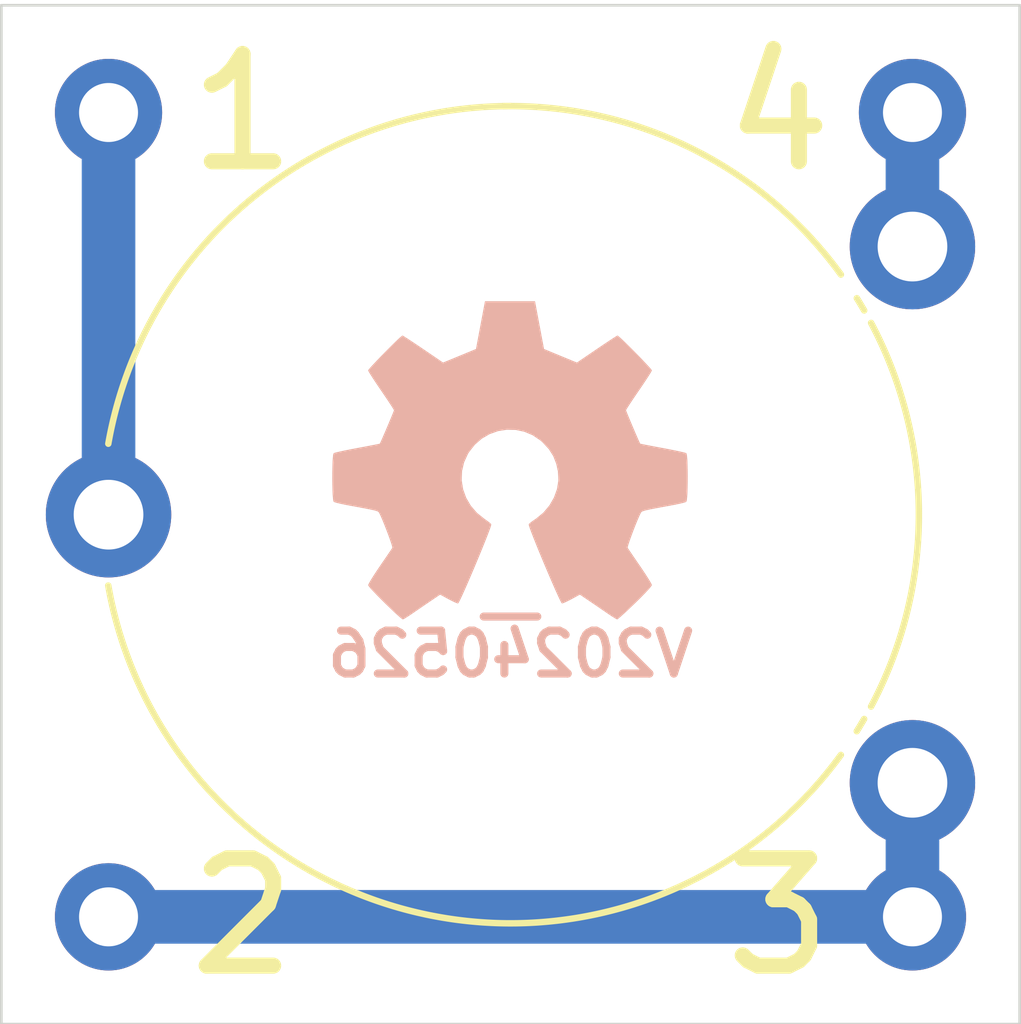
<source format=kicad_pcb>
(kicad_pcb (version 20221018) (generator pcbnew)
  (layers (0 "F.Cu" mixed) (31 "B.Cu" mixed) (34 "B.Paste" user) (35 "F.Paste" user) (36 "B.SilkS" user "B.Silkscreen") (37 "F.SilkS" user "F.Silkscreen") (38 "B.Mask" user) (39 "F.Mask" user) (44 "Edge.Cuts" user))
  (net 0 "")
  (net 1 "Net-(J1-Pin_1)")
  (net 2 "Net-(J2-Pin_1)")
  (net 3 "Net-(J3-Pin_1)")
  (footprint "mill-max:PC_pin_nail_head_6092" (layer "F.Cu") (at 142 63)
    (fp_text reference "J1")
    (fp_text value "1" (at 2.5 0) (layer "F.SilkS") (effects (font (size 2 2) (thickness 0.3))))
    (pad "1" thru_hole circle locked (at 0 0) (size 2 2) (drill 1.1) (layers "*.Cu" "*.Mask") (net 1 "Net-(J1-Pin_1)"))
  )
  (footprint "mill-max:PC_pin_nail_head_6092" (layer "F.Cu") (at 142 78)
    (fp_text reference "J2")
    (fp_text value "2" (at 2.5 0) (layer "F.SilkS") (effects (font (size 2 2) (thickness 0.3))))
    (pad "1" thru_hole circle locked (at 0 0) (size 2 2) (drill 1.1) (layers "*.Cu" "*.Mask") (net 2 "Net-(J2-Pin_1)"))
  )
  (footprint "mill-max:PC_pin_nail_head_6092" (layer "F.Cu") (at 157 63)
    (fp_text reference "J3")
    (fp_text value "4" (at -2.5 0) (layer "F.SilkS") (effects (font (size 2 2) (thickness 0.3))))
    (pad "1" thru_hole circle locked (at 0 0) (size 2 2) (drill 1.1) (layers "*.Cu" "*.Mask") (net 3 "Net-(J3-Pin_1)"))
  )
  (footprint "mill-max:PC_pin_nail_head_6092" (layer "F.Cu") (at 157 78)
    (fp_text reference "J4")
    (fp_text value "3" (at -2.5 0) (layer "F.SilkS") (effects (font (size 2 2) (thickness 0.3))))
    (pad "1" thru_hole circle locked (at 0 0) (size 2 2) (drill 1.1) (layers "*.Cu" "*.Mask") (net 2 "Net-(J2-Pin_1)"))
  )
  (footprint "Potentiometer_THT:Potentiometer_Piher_PT-15-V15_Vertical" (layer "F.Cu") (at 157 65.5 180)
    (fp_text reference "RV1" hide)
    (fp_text value "R_Potentiometer")
    (fp_arc (start 0.772013 -1.423856) (mid -0.119358 -5.001051) (end 0.773 -8.578) (stroke (width 0.12)) (layer "F.SilkS"))
    (fp_arc (start 0.902012 -8.810055) (mid 0.969511 -8.924625) (end 1.039 -9.038) (stroke (width 0.12)) (layer "F.SilkS"))
    (fp_arc (start 1.037952 -0.963019) (mid 0.968481 -1.076412) (end 0.901 -1.191) (stroke (width 0.12)) (layer "F.SilkS"))
    (fp_arc (start 1.335622 -9.480307) (mid 9.21553 -12.424935) (end 15.005 -6.322) (stroke (width 0.12)) (layer "F.SilkS"))
    (fp_arc (start 7.632064 2.618548) (mid 4.099288 1.818715) (end 1.335 -0.522) (stroke (width 0.12)) (layer "F.SilkS"))
    (fp_arc (start 15.004235 -3.676801) (mid 12.398042 0.837259) (end 7.5 2.62) (stroke (width 0.12)) (layer "F.SilkS"))
    (pad "1" thru_hole circle (at 0 0 180) (size 2.34 2.34) (drill 1.3) (layers "*.Cu" "*.Mask") (net 3 "Net-(J3-Pin_1)"))
    (pad "2" thru_hole circle (at 15 -5 180) (size 2.34 2.34) (drill 1.3) (layers "*.Cu" "*.Mask") (net 1 "Net-(J1-Pin_1)"))
    (pad "3" thru_hole circle (at 0 -10 180) (size 2.34 2.34) (drill 1.3) (layers "*.Cu" "*.Mask") (net 2 "Net-(J2-Pin_1)"))
  )
  (footprint "SquantorLabels:Label_Generic" (layer "B.Cu") (at 149.5 73)
    (fp_text reference "N1" hide)
    (fp_text value "V20240526" (at 0 0.1) (layer "B.SilkS") (effects (font (size 0.8 0.8)) (justify mirror)))
    (fp_line (start -0.5 -0.6) (end 0.5 -0.6) (stroke (width 0.15)) (layer "B.SilkS"))
  )
  (footprint "Symbol:OSHW-Symbol_6.7x6mm_SilkScreen" (layer "B.Cu") (at 149.5 69.5 180)
    (fp_text reference "N2" hide)
    (fp_text value "OHWLOGO" hide)
    (fp_poly (pts (xy 0.555814 2.531069) (xy 0.639635 2.086445) (xy 0.94892 1.958947) (xy 1.258206 1.831449) (xy 1.629246 2.083754) (xy 1.733157 2.154004) (xy 1.827087 2.216728) (xy 1.906652 2.269062) (xy 1.96747 2.308143) (xy 2.005157 2.331107) (xy 2.015421 2.336058) (xy 2.03391 2.323324) (xy 2.07342 2.288118) (xy 2.129522 2.234938) (xy 2.197787 2.168282) (xy 2.273786 2.092646) (xy 2.353092 2.012528) (xy 2.431275 1.932426) (xy 2.503907 1.856836) (xy 2.566559 1.790255) (xy 2.614803 1.737182) (xy 2.64421 1.702113) (xy 2.651241 1.690377) (xy 2.641123 1.66874) (xy 2.612759 1.621338) (xy 2.569129 1.552807) (xy 2.513218 1.467785) (xy 2.448006 1.370907) (xy 2.410219 1.31565) (xy 2.341343 1.214752) (xy 2.28014 1.123701) (xy 2.229578 1.04703) (xy 2.192628 0.989272) (xy 2.172258 0.954957) (xy 2.169197 0.947746) (xy 2.176136 0.927252) (xy 2.195051 0.879487) (xy 2.223087 0.811168) (xy 2.257391 0.729011) (xy 2.295109 0.63973) (xy 2.333387 0.550042) (xy 2.36937 0.466662) (xy 2.400206 0.396306) (xy 2.423039 0.34569) (xy 2.435017 0.321529) (xy 2.435724 0.320578) (xy 2.454531 0.315964) (xy 2.504618 0.305672) (xy 2.580793 0.290713) (xy 2.677865 0.272099) (xy 2.790643 0.250841) (xy 2.856442 0.238582) (xy 2.97695 0.215638) (xy 3.085797 0.193805) (xy 3.177476 0.174278) (xy 3.246481 0.158252) (xy 3.287304 0.146921) (xy 3.295511 0.143326) (xy 3.303548 0.118994) (xy 3.310033 0.064041) (xy 3.31497 -0.015108) (xy 3.318364 -0.112026) (xy 3.320218 -0.220287) (xy 3.320538 -0.333465) (xy 3.319327 -0.445135) (xy 3.31659 -0.548868) (xy 3.312331 -0.638241) (xy 3.306555 -0.706826) (xy 3.299267 -0.748197) (xy 3.294895 -0.75681) (xy 3.268764 -0.767133) (xy 3.213393 -0.781892) (xy 3.136107 -0.799352) (xy 3.04423 -0.81778) (xy 3.012158 -0.823741) (xy 2.857524 -0.852066) (xy 2.735375 -0.874876) (xy 2.641673 -0.89308) (xy 2.572384 -0.907583) (xy 2.523471 -0.919292) (xy 2.490897 -0.929115) (xy 2.470628 -0.937956) (xy 2.458626 -0.946724) (xy 2.456947 -0.948457) (xy 2.440184 -0.976371) (xy 2.414614 -1.030695) (xy 2.382788 -1.104777) (xy 2.34726 -1.191965) (xy 2.310583 -1.285608) (xy 2.275311 -1.379052) (xy 2.243996 -1.465647) (xy 2.219193 -1.53874) (xy 2.203454 -1.591678) (xy 2.199332 -1.617811) (xy 2.199676 -1.618726) (xy 2.213641 -1.640086) (xy 2.245322 -1.687084) (xy 2.291391 -1.754827) (xy 2.348518 -1.838423) (xy 2.413373 -1.932982) (xy 2.431843 -1.959854) (xy 2.497699 -2.057275) (xy 2.55565 -2.146163) (xy 2.602538 -2.221412) (xy 2.635207 -2.27792) (xy 2.6505 -2.310581) (xy 2.651241 -2.314593) (xy 2.638392 -2.335684) (xy 2.602888 -2.377464) (xy 2.549293 -2.435445) (xy 2.482171 -2.505135) (xy 2.406087 -2.582045) (xy 2.325604 -2.661683) (xy 2.245287 -2.739561) (xy 2.169699 -2.811186) (xy 2.103405 -2.87207) (xy 2.050969 -2.917721) (xy 2.016955 -2.94365) (xy 2.007545 -2.947883) (xy 1.985643 -2.937912) (xy 1.9408 -2.91102) (xy 1.880321 -2.871736) (xy 1.833789 -2.840117) (xy 1.749475 -2.782098) (xy 1.649626 -2.713784) (xy 1.549473 -2.645579) (xy 1.495627 -2.609075) (xy 1.313371 -2.4858) (xy 1.160381 -2.56852) (xy 1.090682 -2.604759) (xy 1.031414 -2.632926) (xy 0.991311 -2.648991) (xy 0.981103 -2.651226) (xy 0.968829 -2.634722) (xy 0.944613 -2.588082) (xy 0.910263 -2.515609) (xy 0.867588 -2.421606) (xy 0.818394 -2.310374) (xy 0.76449 -2.186215) (xy 0.707684 -2.053432) (xy 0.649782 -1.916327) (xy 0.592593 -1.779202) (xy 0.537924 -1.646358) (xy 0.487584 -1.522098) (xy 0.44338 -1.410725) (xy 0.407119 -1.316539) (xy 0.380609 -1.243844) (xy 0.365658 -1.196941) (xy 0.363254 -1.180833) (xy 0.382311 -1.160286) (xy 0.424036 -1.126933) (xy 0.479706 -1.087702) (xy 0.484378 -1.084599) (xy 0.628264 -0.969423) (xy 0.744283 -0.835053) (xy 0.83143 -0.685784) (xy 0.888699 -0.525913) (xy 0.915086 -0.359737) (xy 0.909585 -0.191552) (xy 0.87119 -0.025655) (xy 0.798895 0.133658) (xy 0.777626 0.168513) (xy 0.666996 0.309263) (xy 0.536302 0.422286) (xy 0.390064 0.506997) (xy 0.232808 0.562806) (xy 0.069057 0.589126) (xy -0.096667 0.58537) (xy -0.259838 0.55095) (xy -0.415935 0.485277) (xy -0.560433 0.387765) (xy -0.605131 0.348187) (xy -0.718888 0.224297) (xy -0.801782 0.093876) (xy -0.858644 -0.052315) (xy -0.890313 -0.197088) (xy -0.898131 -0.35986) (xy -0.872062 -0.52344) (xy -0.814755 -0.682298) (xy -0.728856 -0.830906) (xy -0.617014 -0.963735) (xy -0.481877 -1.075256) (xy -0.464117 -1.087011) (xy -0.40785 -1.125508) (xy -0.365077 -1.158863) (xy -0.344628 -1.18016) (xy -0.344331 -1.180833) (xy -0.348721 -1.203871) (xy -0.366124 -1.256157) (xy -0.394732 -1.33339) (xy -0.432735 -1.431268) (xy -0.478326 -1.545491) (xy -0.529697 -1.671758) (xy -0.585038 -1.805767) (xy -0.642542 -1.943218) (xy -0.700399 -2.079808) (xy -0.756802 -2.211237) (xy -0.809942 -2.333205) (xy -0.85801 -2.441409) (xy -0.899199 -2.531549) (xy -0.931699 -2.599323) (xy -0.953703 -2.64043) (xy -0.962564 -2.651226) (xy -0.98964 -2.642819) (xy -1.040303 -2.620272) (xy -1.105817 -2.587613) (xy -1.141841 -2.56852) (xy -1.294832 -2.4858) (xy -1.477088 -2.609075) (xy -1.570125 -2.672228) (xy -1.671985 -2.741727) (xy -1.767438 -2.807165) (xy -1.81525 -2.840117) (xy -1.882495 -2.885273) (xy -1.939436 -2.921057) (xy -1.978646 -2.942938) (xy -1.991381 -2.947563) (xy -2.009917 -2.935085) (xy -2.050941 -2.900252) (xy -2.110475 -2.846678) (xy -2.184542 -2.777983) (xy -2.269165 -2.697781) (xy -2.322685 -2.646286) (xy -2.416319 -2.554286) (xy -2.497241 -2.471999) (xy -2.562177 -2.402945) (xy -2.607858 -2.350644) (xy -2.631011 -2.318616) (xy -2.633232 -2.312116) (xy -2.622924 -2.287394) (xy -2.594439 -2.237405) (xy -2.550937 -2.167212) (xy -2.495577 -2.081875) (xy -2.43152 -1.986456) (xy -2.413303 -1.959854) (xy -2.346927 -1.863167) (xy -2.287378 -1.776117) (xy -2.237984 -1.703595) (xy -2.202075 -1.650493) (xy -2.182981 -1.621703) (xy -2.181136 -1.618726) (xy -2.183895 -1.595782) (xy -2.198538 -1.545336) (xy -2.222513 -1.474041) (xy -2.253266 -1.388547) (xy -2.288244 -1.295507) (xy -2.324893 -1.201574) (xy -2.360661 -1.113399) (xy -2.392994 -1.037634) (xy -2.419338 -0.980931) (xy -2.437142 -0.949943) (xy -2.438407 -0.948457) (xy -2.449294 -0.939601) (xy -2.467682 -0.930843) (xy -2.497606 -0.921277) (xy -2.543103 -0.909996) (xy -2.608209 -0.896093) (xy -2.696961 -0.878663) (xy -2.813393 -0.856798) (xy -2.961542 -0.829591) (xy -2.993618 -0.823741) (xy -3.088686 -0.805374) (xy -3.171565 -0.787405) (xy -3.23493 -0.771569) (xy -3.271458 -0.7596) (xy -3.276356 -0.75681) (xy -3.284427 -0.732072) (xy -3.290987 -0.67679) (xy -3.296033 -0.597389) (xy -3.299559 -0.500296) (xy -3.301561 -0.391938) (xy -3.302036 -0.27874) (xy -3.300977 -0.167128) (xy -3.298382 -0.063529) (xy -3.294246 0.025632) (xy -3.288563 0.093928) (xy -3.281331 0.134934) (xy -3.276971 0.143326) (xy -3.252698 0.151792) (xy -3.197426 0.165565) (xy -3.116662 0.18345) (xy -3.015912 0.204252) (xy -2.900683 0.226777) (xy -2.837902 0.238582) (xy -2.718787 0.260849) (xy -2.612565 0.281021) (xy -2.524427 0.298085) (xy -2.459566 0.311031) (xy -2.423174 0.318845) (xy -2.417184 0.320578) (xy -2.407061 0.34011) (xy -2.385662 0.387157) (xy -2.355839 0.454997) (xy -2.320445 0.536909) (xy -2.282332 0.626172) (xy -2.244353 0.716065) (xy -2.20936 0.799865) (xy -2.180206 0.870853) (xy -2.159743 0.922306) (xy -2.150823 0.947503) (xy -2.150657 0.948604) (xy -2.160769 0.968481) (xy -2.189117 1.014223) (xy -2.232723 1.081283) (xy -2.288606 1.165116) (xy -2.353787 1.261174) (xy -2.391679 1.31635) (xy -2.460725 1.417519) (xy -2.52205 1.50937) (xy -2.572663 1.587256) (xy -2.609571 1.646531) (xy -2.629782 1.682549) (xy -2.632701 1.690623) (xy -2.620153 1.709416) (xy -2.585463 1.749543) (xy -2.533063 1.806507) (xy -2.467384 1.875815) (xy -2.392856 1.952969) (xy -2.313913 2.033475) (xy -2.234983 2.112837) (xy -2.1605 2.18656) (xy -2.094894 2.250148) (xy -2.042596 2.299106) (xy -2.008039 2.328939) (xy -1.996478 2.336058) (xy -1.977654 2.326047) (xy -1.932631 2.297922) (xy -1.865787 2.254546) (xy -1.781499 2.198782) (xy -1.684144 2.133494) (xy -1.610707 2.083754) (xy -1.239667 1.831449) (xy -0.621095 2.086445) (xy -0.537275 2.531069) (xy -0.453454 2.975693) (xy 0.471994 2.975693) (xy 0.555814 2.531069)) (stroke (width 0.01)) (fill solid) (layer "B.SilkS"))
  )
  (gr_line (start 140 80) (end 159 80) (stroke (width 0.05)) (layer "Edge.Cuts"))
  (gr_line (start 159 61) (end 159 80) (stroke (width 0.05)) (layer "Edge.Cuts"))
  (gr_line (start 159 61) (end 140 61) (stroke (width 0.05)) (layer "Edge.Cuts"))
  (gr_line (start 140 80) (end 140 61) (stroke (width 0.05)) (layer "Edge.Cuts"))
  (segment (start 142 70.5) (end 142 63) (width 1) (layer "B.Cu") (net 1))
  (segment (start 157 78) (end 142 78) (width 1) (layer "B.Cu") (net 2))
  (segment (start 157 78) (end 157 75.5) (width 1) (layer "B.Cu") (net 2))
  (segment (start 157 63) (end 157 65.5) (width 1) (layer "B.Cu") (net 3))
)
</source>
